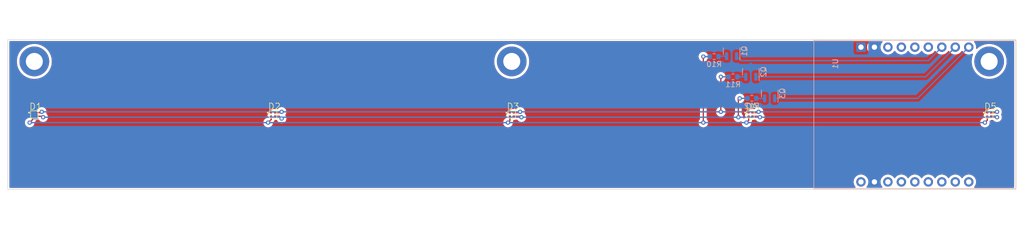
<source format=kicad_pcb>
(kicad_pcb (version 20221018) (generator pcbnew)
  (title_block (title "Rapid Training Target") (date "2023-06-18") (rev "A"))
  (layers (0 "F.Cu" signal) (31 "B.Cu" signal) (34 "B.Paste" user) (35 "F.Paste" user) (36 "B.SilkS" user "B.Silkscreen") (37 "F.SilkS" user "F.Silkscreen") (38 "B.Mask" user) (39 "F.Mask" user) (44 "Edge.Cuts" user))
  (net 0 "")
  (net 1 "+5V")
  (net 2 "Net-(D1-RK)")
  (net 3 "Net-(D1-BK)")
  (net 4 "Net-(D1-GK)")
  (net 5 "Red")
  (net 6 "Net-(Q1-S)")
  (net 7 "GND")
  (net 8 "Green")
  (net 9 "Net-(Q2-S)")
  (net 10 "Blue")
  (net 11 "Net-(Q3-S)")
  (net 23 "+3V3")
  (footprint "Personal:DIODFN4_100X100X35L29X29N" (layer "F.Cu") (at 130 80)
    (fp_text reference "D3" (at 0.25 -1.5) (layer "F.SilkS") (effects (font (size 1.2 1.2) (thickness 0.12))))
    (fp_text value "LED_ARBG")
    (fp_line (start -0.71 -0.6945) (end 0.71 -0.6945) (stroke (width 0.12)) (layer "F.SilkS"))
    (fp_line (start -0.71 0.6945) (end -0.71 -0.6945) (stroke (width 0.12)) (layer "F.SilkS"))
    (fp_line (start 0.71 -0.6945) (end 0.71 0.6945) (stroke (width 0.12)) (layer "F.SilkS"))
    (fp_line (start 0.71 0.6945) (end -0.71 0.6945) (stroke (width 0.12)) (layer "F.SilkS"))
    (fp_circle (center -1 -0.345) (end -1 -0.26) (stroke (width 0.17)) (fill none) (layer "F.SilkS"))
    (pad "1" smd rect (at -0.345 -0.345) (size 0.37 0.339) (layers "F.Cu" "F.Paste" "F.Mask") (net 1 "+5V"))
    (pad "2" smd rect (at -0.345 0.345) (size 0.37 0.339) (layers "F.Cu" "F.Paste" "F.Mask") (net 2 "Net-(D1-RK)"))
    (pad "3" smd rect (at 0.345 0.345) (size 0.37 0.339) (layers "F.Cu" "F.Paste" "F.Mask") (net 3 "Net-(D1-BK)"))
    (pad "4" smd rect (at 0.345 -0.345) (size 0.37 0.339) (layers "F.Cu" "F.Paste" "F.Mask") (net 4 "Net-(D1-GK)"))
  )
  (footprint "Personal:DIODFN4_100X100X35L29X29N" (layer "F.Cu") (at 175 80)
    (fp_text reference "D4" (at 0.25 -1.5) (layer "F.SilkS") (effects (font (size 1.2 1.2) (thickness 0.12))))
    (fp_text value "LED_ARBG")
    (fp_line (start -0.71 -0.6945) (end 0.71 -0.6945) (stroke (width 0.12)) (layer "F.SilkS"))
    (fp_line (start -0.71 0.6945) (end -0.71 -0.6945) (stroke (width 0.12)) (layer "F.SilkS"))
    (fp_line (start 0.71 -0.6945) (end 0.71 0.6945) (stroke (width 0.12)) (layer "F.SilkS"))
    (fp_line (start 0.71 0.6945) (end -0.71 0.6945) (stroke (width 0.12)) (layer "F.SilkS"))
    (fp_circle (center -1 -0.345) (end -1 -0.26) (stroke (width 0.17)) (fill none) (layer "F.SilkS"))
    (pad "1" smd rect (at -0.345 -0.345) (size 0.37 0.339) (layers "F.Cu" "F.Paste" "F.Mask") (net 1 "+5V"))
    (pad "2" smd rect (at -0.345 0.345) (size 0.37 0.339) (layers "F.Cu" "F.Paste" "F.Mask") (net 2 "Net-(D1-RK)"))
    (pad "3" smd rect (at 0.345 0.345) (size 0.37 0.339) (layers "F.Cu" "F.Paste" "F.Mask") (net 3 "Net-(D1-BK)"))
    (pad "4" smd rect (at 0.345 -0.345) (size 0.37 0.339) (layers "F.Cu" "F.Paste" "F.Mask") (net 4 "Net-(D1-GK)"))
  )
  (footprint "Personal:DIODFN4_100X100X35L29X29N" (layer "F.Cu") (at 85 80)
    (fp_text reference "D2" (at 0.25 -1.5) (layer "F.SilkS") (effects (font (size 1.2 1.2) (thickness 0.12))))
    (fp_text value "LED_ARBG")
    (fp_line (start -0.71 -0.6945) (end 0.71 -0.6945) (stroke (width 0.12)) (layer "F.SilkS"))
    (fp_line (start -0.71 0.6945) (end -0.71 -0.6945) (stroke (width 0.12)) (layer "F.SilkS"))
    (fp_line (start 0.71 -0.6945) (end 0.71 0.6945) (stroke (width 0.12)) (layer "F.SilkS"))
    (fp_line (start 0.71 0.6945) (end -0.71 0.6945) (stroke (width 0.12)) (layer "F.SilkS"))
    (fp_circle (center -1 -0.345) (end -1 -0.26) (stroke (width 0.17)) (fill none) (layer "F.SilkS"))
    (pad "1" smd rect (at -0.345 -0.345) (size 0.37 0.339) (layers "F.Cu" "F.Paste" "F.Mask") (net 1 "+5V"))
    (pad "2" smd rect (at -0.345 0.345) (size 0.37 0.339) (layers "F.Cu" "F.Paste" "F.Mask") (net 2 "Net-(D1-RK)"))
    (pad "3" smd rect (at 0.345 0.345) (size 0.37 0.339) (layers "F.Cu" "F.Paste" "F.Mask") (net 3 "Net-(D1-BK)"))
    (pad "4" smd rect (at 0.345 -0.345) (size 0.37 0.339) (layers "F.Cu" "F.Paste" "F.Mask") (net 4 "Net-(D1-GK)"))
  )
  (footprint "MountingHole:MountingHole_3.2mm_M3_DIN965_Pad" (layer "F.Cu") (at 130 70)
    (fp_text reference "H1" (at 0 0) (layer "F.SilkS"))
    (fp_text value "MountingHole")
    (pad "1" thru_hole circle (at 0 0) (size 5.6 5.6) (drill 3.2) (layers "*.Cu" "*.Mask"))
  )
  (footprint "Personal:DIODFN4_100X100X35L29X29N" (layer "F.Cu") (at 40 80)
    (fp_text reference "D1" (at 0.25 -1.5) (layer "F.SilkS") (effects (font (size 1.2 1.2) (thickness 0.12))))
    (fp_text value "LED_ARBG")
    (fp_line (start -0.71 -0.6945) (end 0.71 -0.6945) (stroke (width 0.12)) (layer "F.SilkS"))
    (fp_line (start -0.71 0.6945) (end -0.71 -0.6945) (stroke (width 0.12)) (layer "F.SilkS"))
    (fp_line (start 0.71 -0.6945) (end 0.71 0.6945) (stroke (width 0.12)) (layer "F.SilkS"))
    (fp_line (start 0.71 0.6945) (end -0.71 0.6945) (stroke (width 0.12)) (layer "F.SilkS"))
    (fp_circle (center -1 -0.345) (end -1 -0.26) (stroke (width 0.17)) (fill none) (layer "F.SilkS"))
    (pad "1" smd rect (at -0.345 -0.345) (size 0.37 0.339) (layers "F.Cu" "F.Paste" "F.Mask") (net 1 "+5V"))
    (pad "2" smd rect (at -0.345 0.345) (size 0.37 0.339) (layers "F.Cu" "F.Paste" "F.Mask") (net 2 "Net-(D1-RK)"))
    (pad "3" smd rect (at 0.345 0.345) (size 0.37 0.339) (layers "F.Cu" "F.Paste" "F.Mask") (net 3 "Net-(D1-BK)"))
    (pad "4" smd rect (at 0.345 -0.345) (size 0.37 0.339) (layers "F.Cu" "F.Paste" "F.Mask") (net 4 "Net-(D1-GK)"))
  )
  (footprint "MountingHole:MountingHole_3.2mm_M3_DIN965_Pad" (layer "F.Cu") (at 40 70)
    (fp_text reference "H2" (at 0 0) (layer "F.SilkS"))
    (fp_text value "MountingHole")
    (pad "1" thru_hole circle (at 0 0) (size 5.6 5.6) (drill 3.2) (layers "*.Cu" "*.Mask"))
  )
  (footprint "Personal:DIODFN4_100X100X35L29X29N" (layer "F.Cu") (at 220 80)
    (fp_text reference "D5" (at 0.25 -1.5) (layer "F.SilkS") (effects (font (size 1.2 1.2) (thickness 0.12))))
    (fp_text value "LED_ARBG")
    (fp_line (start -0.71 -0.6945) (end 0.71 -0.6945) (stroke (width 0.12)) (layer "F.SilkS"))
    (fp_line (start -0.71 0.6945) (end -0.71 -0.6945) (stroke (width 0.12)) (layer "F.SilkS"))
    (fp_line (start 0.71 -0.6945) (end 0.71 0.6945) (stroke (width 0.12)) (layer "F.SilkS"))
    (fp_line (start 0.71 0.6945) (end -0.71 0.6945) (stroke (width 0.12)) (layer "F.SilkS"))
    (fp_circle (center -1 -0.345) (end -1 -0.26) (stroke (width 0.17)) (fill none) (layer "F.SilkS"))
    (pad "1" smd rect (at -0.345 -0.345) (size 0.37 0.339) (layers "F.Cu" "F.Paste" "F.Mask") (net 1 "+5V"))
    (pad "2" smd rect (at -0.345 0.345) (size 0.37 0.339) (layers "F.Cu" "F.Paste" "F.Mask") (net 2 "Net-(D1-RK)"))
    (pad "3" smd rect (at 0.345 0.345) (size 0.37 0.339) (layers "F.Cu" "F.Paste" "F.Mask") (net 3 "Net-(D1-BK)"))
    (pad "4" smd rect (at 0.345 -0.345) (size 0.37 0.339) (layers "F.Cu" "F.Paste" "F.Mask") (net 4 "Net-(D1-GK)"))
  )
  (footprint "MountingHole:MountingHole_3.2mm_M3_DIN965_Pad" (layer "F.Cu") (at 220 70)
    (fp_text reference "H3" (at 0 0) (layer "F.SilkS"))
    (fp_text value "MountingHole")
    (pad "1" thru_hole circle (at 0 0) (size 5.6 5.6) (drill 3.2) (layers "*.Cu" "*.Mask"))
  )
  (footprint "Package_TO_SOT_SMD:SOT-23" (layer "B.Cu") (at 175.072 71.9605 90)
    (fp_text reference "Q2" (at 0 2.4 90) (layer "B.SilkS") (effects (justify mirror)))
    (fp_text value "2N7002")
    (fp_line (start 0 -1.56) (end -0.65 -1.56) (stroke (width 0.12)) (layer "B.SilkS"))
    (fp_line (start 0 -1.56) (end 0.65 -1.56) (stroke (width 0.12)) (layer "B.SilkS"))
    (fp_line (start 0 1.56) (end -1.675 1.56) (stroke (width 0.12)) (layer "B.SilkS"))
    (fp_line (start 0 1.56) (end 0.65 1.56) (stroke (width 0.12)) (layer "B.SilkS"))
    (pad "1" smd roundrect (at -0.9375 0.95 90) (size 1.475 0.6) (layers "B.Cu" "B.Paste" "B.Mask") (net 8 "Green"))
    (pad "2" smd roundrect (at -0.9375 -0.95 90) (size 1.475 0.6) (layers "B.Cu" "B.Paste" "B.Mask") (net 9 "Net-(Q2-S)"))
    (pad "3" smd roundrect (at 0.9375 0 90) (size 1.475 0.6) (layers "B.Cu" "B.Paste" "B.Mask") (net 7 "GND"))
  )
  (footprint "Personal:ESP32-C3-DevKit" (layer "B.Cu") (at 195.834 80.01 -90)
    (fp_text reference "U1" (at -9.5525 4.825 90 unlocked) (layer "B.SilkS") (effects (justify mirror)))
    (fp_text value "~")
    (fp_rect (start -13.97 8.89) (end 13.97 -29.21) (stroke (width 0.12)) (fill none) (layer "B.SilkS"))
    (pad "1" thru_hole rect (at -12.7 0 270) (size 1.778 1.778) (drill 1) (layers "*.Cu" "*.Mask") (net 1 "+5V"))
    (pad "2" thru_hole circle (at -12.7 -2.54 270) (size 1.778 1.778) (drill 1) (layers "*.Cu" "*.Mask") (net 7 "GND"))
    (pad "3" thru_hole circle (at -12.7 -5.08 270) (size 1.778 1.778) (drill 1) (layers "*.Cu" "*.Mask"))
    (pad "4" thru_hole circle (at -12.7 -7.62 270) (size 1.778 1.778) (drill 1) (layers "*.Cu" "*.Mask"))
    (pad "5" thru_hole circle (at -12.7 -10.16 270) (size 1.778 1.778) (drill 1) (layers "*.Cu" "*.Mask"))
    (pad "6" thru_hole circle (at -12.7 -12.7 270) (size 1.778 1.778) (drill 1) (layers "*.Cu" "*.Mask"))
    (pad "7" thru_hole circle (at -12.7 -15.24 270) (size 1.778 1.778) (drill 1) (layers "*.Cu" "*.Mask") (net 5 "Red"))
    (pad "8" thru_hole circle (at -12.7 -17.78 270) (size 1.778 1.778) (drill 1) (layers "*.Cu" "*.Mask") (net 8 "Green"))
    (pad "9" thru_hole circle (at -12.7 -20.32 270) (size 1.778 1.778) (drill 1) (layers "*.Cu" "*.Mask") (net 10 "Blue"))
    (pad "10" thru_hole circle (at 12.7 -20.32 270) (size 1.778 1.778) (drill 1) (layers "*.Cu" "*.Mask"))
    (pad "11" thru_hole circle (at 12.7 -17.78 270) (size 1.778 1.778) (drill 1) (layers "*.Cu" "*.Mask"))
    (pad "12" thru_hole circle (at 12.7 -15.24 270) (size 1.778 1.778) (drill 1) (layers "*.Cu" "*.Mask"))
    (pad "13" thru_hole circle (at 12.7 -12.7 270) (size 1.778 1.778) (drill 1) (layers "*.Cu" "*.Mask"))
    (pad "14" thru_hole circle (at 12.7 -10.16 270) (size 1.778 1.778) (drill 1) (layers "*.Cu" "*.Mask"))
    (pad "15" thru_hole circle (at 12.7 -7.62 270) (size 1.778 1.778) (drill 1) (layers "*.Cu" "*.Mask"))
    (pad "16" thru_hole circle (at 12.7 -5.08 270) (size 1.778 1.778) (drill 1) (layers "*.Cu" "*.Mask"))
    (pad "17" thru_hole circle (at 12.7 -2.54 270) (size 1.778 1.778) (drill 1) (layers "*.Cu" "*.Mask") (net 7 "GND"))
    (pad "18" thru_hole circle (at 12.7 0 270) (size 1.778 1.778) (drill 1) (layers "*.Cu" "*.Mask") (net 23 "+3V3"))
  )
  (footprint "Package_TO_SOT_SMD:SOT-23" (layer "B.Cu") (at 171.45 68.072 90)
    (fp_text reference "Q1" (at 0 2.4 90) (layer "B.SilkS") (effects (justify mirror)))
    (fp_text value "2N7002")
    (fp_line (start 0 -1.56) (end -0.65 -1.56) (stroke (width 0.12)) (layer "B.SilkS"))
    (fp_line (start 0 -1.56) (end 0.65 -1.56) (stroke (width 0.12)) (layer "B.SilkS"))
    (fp_line (start 0 1.56) (end -1.675 1.56) (stroke (width 0.12)) (layer "B.SilkS"))
    (fp_line (start 0 1.56) (end 0.65 1.56) (stroke (width 0.12)) (layer "B.SilkS"))
    (pad "1" smd roundrect (at -0.9375 0.95 90) (size 1.475 0.6) (layers "B.Cu" "B.Paste" "B.Mask") (net 5 "Red"))
    (pad "2" smd roundrect (at -0.9375 -0.95 90) (size 1.475 0.6) (layers "B.Cu" "B.Paste" "B.Mask") (net 6 "Net-(Q1-S)"))
    (pad "3" smd roundrect (at 0.9375 0 90) (size 1.475 0.6) (layers "B.Cu" "B.Paste" "B.Mask") (net 7 "GND"))
  )
  (footprint "Package_TO_SOT_SMD:SOT-23" (layer "B.Cu") (at 178.628 76.0245 90)
    (fp_text reference "Q3" (at 0 2.4 90) (layer "B.SilkS") (effects (justify mirror)))
    (fp_text value "2N7002")
    (fp_line (start 0 -1.56) (end -0.65 -1.56) (stroke (width 0.12)) (layer "B.SilkS"))
    (fp_line (start 0 -1.56) (end 0.65 -1.56) (stroke (width 0.12)) (layer "B.SilkS"))
    (fp_line (start 0 1.56) (end -1.675 1.56) (stroke (width 0.12)) (layer "B.SilkS"))
    (fp_line (start 0 1.56) (end 0.65 1.56) (stroke (width 0.12)) (layer "B.SilkS"))
    (pad "1" smd roundrect (at -0.9375 0.95 90) (size 1.475 0.6) (layers "B.Cu" "B.Paste" "B.Mask") (net 10 "Blue"))
    (pad "2" smd roundrect (at -0.9375 -0.95 90) (size 1.475 0.6) (layers "B.Cu" "B.Paste" "B.Mask") (net 11 "Net-(Q3-S)"))
    (pad "3" smd roundrect (at 0.9375 0 90) (size 1.475 0.6) (layers "B.Cu" "B.Paste" "B.Mask") (net 7 "GND"))
  )
  (footprint "Resistor_SMD:R_0603_1608Metric" (layer "B.Cu") (at 171.704 72.898)
    (fp_text reference "R11" (at 0 1.43 180) (layer "B.SilkS") (effects (justify mirror)))
    (fp_text value "5.6k")
    (fp_line (start -0.237258 -0.5225) (end 0.237258 -0.5225) (stroke (width 0.12)) (layer "B.SilkS"))
    (fp_line (start -0.237258 0.5225) (end 0.237258 0.5225) (stroke (width 0.12)) (layer "B.SilkS"))
    (pad "1" smd roundrect (at -0.825 0) (size 0.8 0.95) (layers "B.Cu" "B.Paste" "B.Mask") (net 4 "Net-(D1-GK)"))
    (pad "2" smd roundrect (at 0.825 0) (size 0.8 0.95) (layers "B.Cu" "B.Paste" "B.Mask") (net 9 "Net-(Q2-S)"))
  )
  (footprint "Resistor_SMD:R_0603_1608Metric" (layer "B.Cu") (at 175.26 76.962)
    (fp_text reference "R12" (at 0 1.43 180) (layer "B.SilkS") (effects (justify mirror)))
    (fp_text value "1.5k")
    (fp_line (start -0.237258 -0.5225) (end 0.237258 -0.5225) (stroke (width 0.12)) (layer "B.SilkS"))
    (fp_line (start -0.237258 0.5225) (end 0.237258 0.5225) (stroke (width 0.12)) (layer "B.SilkS"))
    (pad "1" smd roundrect (at -0.825 0) (size 0.8 0.95) (layers "B.Cu" "B.Paste" "B.Mask") (net 3 "Net-(D1-BK)"))
    (pad "2" smd roundrect (at 0.825 0) (size 0.8 0.95) (layers "B.Cu" "B.Paste" "B.Mask") (net 11 "Net-(Q3-S)"))
  )
  (footprint "Resistor_SMD:R_0603_1608Metric" (layer "B.Cu") (at 168.148 69.088)
    (fp_text reference "R10" (at 0 1.43 180) (layer "B.SilkS") (effects (justify mirror)))
    (fp_text value "2.7k")
    (fp_line (start -0.237258 -0.5225) (end 0.237258 -0.5225) (stroke (width 0.12)) (layer "B.SilkS"))
    (fp_line (start -0.237258 0.5225) (end 0.237258 0.5225) (stroke (width 0.12)) (layer "B.SilkS"))
    (pad "1" smd roundrect (at -0.825 0) (size 0.8 0.95) (layers "B.Cu" "B.Paste" "B.Mask") (net 2 "Net-(D1-RK)"))
    (pad "2" smd roundrect (at 0.825 0) (size 0.8 0.95) (layers "B.Cu" "B.Paste" "B.Mask") (net 6 "Net-(Q1-S)"))
  )
  (gr_rect (start 35 65.875) (end 225 94.125) (stroke (width 0.1)) (fill none) (layer "Edge.Cuts"))
  (segment (start 39.655 80.995) (end 39.116 81.534) (width 0.25) (layer "F.Cu") (net 2))
  (segment (start 129.655 80.345) (end 129.655 81.165) (width 0.25) (layer "F.Cu") (net 2))
  (segment (start 39.655 80.345) (end 39.655 80.995) (width 0.25) (layer "F.Cu") (net 2))
  (segment (start 166.116 69.088) (end 166.116 81.534) (width 0.25) (layer "F.Cu") (net 2))
  (segment (start 219.655 80.345) (end 219.655 81.081) (width 0.25) (layer "F.Cu") (net 2))
  (segment (start 84.655 80.953) (end 84.074 81.534) (width 0.25) (layer "F.Cu") (net 2))
  (segment (start 174.655 81.123) (end 174.244 81.534) (width 0.25) (layer "F.Cu") (net 2))
  (segment (start 129.655 81.165) (end 129.286 81.534) (width 0.25) (layer "F.Cu") (net 2))
  (segment (start 84.655 80.345) (end 84.655 80.953) (width 0.25) (layer "F.Cu") (net 2))
  (segment (start 174.655 80.345) (end 174.655 81.123) (width 0.25) (layer "F.Cu") (net 2))
  (segment (start 219.655 81.081) (end 219.202 81.534) (width 0.25) (layer "F.Cu") (net 2))
  (via (at 39.116 81.534) (size 0.8) (drill 0.4) (layers "F.Cu" "B.Cu") (net 2))
  (via (at 219.202 81.534) (size 0.8) (drill 0.4) (layers "F.Cu" "B.Cu") (net 2))
  (via (at 84.074 81.534) (size 0.8) (drill 0.4) (layers "F.Cu" "B.Cu") (net 2))
  (via (at 129.286 81.534) (size 0.8) (drill 0.4) (layers "F.Cu" "B.Cu") (net 2))
  (via (at 174.244 81.534) (size 0.8) (drill 0.4) (layers "F.Cu" "B.Cu") (net 2))
  (via (at 166.116 81.534) (size 0.8) (drill 0.4) (layers "F.Cu" "B.Cu") (net 2))
  (via (at 166.116 69.088) (size 0.8) (drill 0.4) (layers "F.Cu" "B.Cu") (net 2))
  (segment (start 174.244 81.534) (end 166.116 81.534) (width 0.25) (layer "B.Cu") (net 2))
  (segment (start 219.202 81.534) (end 174.244 81.534) (width 0.25) (layer "B.Cu") (net 2))
  (segment (start 166.116 81.534) (end 129.286 81.534) (width 0.25) (layer "B.Cu") (net 2))
  (segment (start 84.074 81.534) (end 39.116 81.534) (width 0.25) (layer "B.Cu") (net 2))
  (segment (start 129.286 81.534) (end 84.074 81.534) (width 0.25) (layer "B.Cu") (net 2))
  (segment (start 167.323 69.088) (end 166.116 69.088) (width 0.25) (layer "B.Cu") (net 2))
  (segment (start 131.653 80.345) (end 131.826 80.518) (width 0.25) (layer "F.Cu") (net 3))
  (segment (start 220.345 80.345) (end 221.315 80.345) (width 0.25) (layer "F.Cu") (net 3))
  (segment (start 85.345 80.345) (end 86.187 80.345) (width 0.25) (layer "F.Cu") (net 3))
  (segment (start 221.315 80.345) (end 221.488 80.518) (width 0.25) (layer "F.Cu") (net 3))
  (segment (start 130.345 80.345) (end 131.653 80.345) (width 0.25) (layer "F.Cu") (net 3))
  (segment (start 176.611 80.345) (end 176.784 80.518) (width 0.25) (layer "F.Cu") (net 3))
  (segment (start 41.483 80.345) (end 41.656 80.518) (width 0.25) (layer "F.Cu") (net 3))
  (segment (start 40.345 80.345) (end 41.483 80.345) (width 0.25) (layer "F.Cu") (net 3))
  (segment (start 172.974 76.962) (end 172.72 77.216) (width 0.25) (layer "F.Cu") (net 3))
  (segment (start 175.345 80.345) (end 176.611 80.345) (width 0.25) (layer "F.Cu") (net 3))
  (segment (start 86.187 80.345) (end 86.614 80.772) (width 0.25) (layer "F.Cu") (net 3))
  (segment (start 172.72 77.216) (end 172.72 80.518) (width 0.25) (layer "F.Cu") (net 3))
  (via (at 176.784 80.518) (size 0.8) (drill 0.4) (layers "F.Cu" "B.Cu") (net 3))
  (via (at 86.614 80.772) (size 0.8) (drill 0.4) (layers "F.Cu" "B.Cu") (net 3))
  (via (at 131.826 80.518) (size 0.8) (drill 0.4) (layers "F.Cu" "B.Cu") (net 3))
  (via (at 172.974 76.962) (size 0.8) (drill 0.4) (layers "F.Cu" "B.Cu") (net 3))
  (via (at 41.656 80.518) (size 0.8) (drill 0.4) (layers "F.Cu" "B.Cu") (net 3))
  (via (at 172.72 80.518) (size 0.8) (drill 0.4) (layers "F.Cu" "B.Cu") (net 3))
  (via (at 221.488 80.518) (size 0.8) (drill 0.4) (layers "F.Cu" "B.Cu") (net 3))
  (segment (start 131.826 80.518) (end 86.868 80.518) (width 0.25) (layer "B.Cu") (net 3))
  (segment (start 174.435 76.962) (end 172.974 76.962) (width 0.25) (layer "B.Cu") (net 3))
  (segment (start 41.656 80.518) (end 86.36 80.518) (width 0.25) (layer "B.Cu") (net 3))
  (segment (start 86.868 80.518) (end 86.614 80.772) (width 0.25) (layer "B.Cu") (net 3))
  (segment (start 176.784 80.518) (end 131.826 80.518) (width 0.25) (layer "B.Cu") (net 3))
  (segment (start 221.488 80.518) (end 176.784 80.518) (width 0.25) (layer "B.Cu") (net 3))
  (segment (start 86.36 80.518) (end 86.614 80.772) (width 0.25) (layer "B.Cu") (net 3))
  (segment (start 169.418 72.898) (end 169.418 79.502) (width 0.25) (layer "F.Cu") (net 4))
  (segment (start 175.345 79.655) (end 176.377 79.655) (width 0.25) (layer "F.Cu") (net 4))
  (segment (start 130.345 79.655) (end 131.419 79.655) (width 0.25) (layer "F.Cu") (net 4))
  (segment (start 220.345 79.655) (end 221.335 79.655) (width 0.25) (layer "F.Cu") (net 4))
  (segment (start 221.335 79.655) (end 221.488 79.502) (width 0.25) (layer "F.Cu") (net 4))
  (segment (start 85.345 79.655) (end 86.461 79.655) (width 0.25) (layer "F.Cu") (net 4))
  (segment (start 131.419 79.655) (end 131.572 79.502) (width 0.25) (layer "F.Cu") (net 4))
  (segment (start 176.377 79.655) (end 176.53 79.502) (width 0.25) (layer "F.Cu") (net 4))
  (segment (start 86.461 79.655) (end 86.614 79.502) (width 0.25) (layer "F.Cu") (net 4))
  (segment (start 41.249 79.655) (end 41.402 79.502) (width 0.25) (layer "F.Cu") (net 4))
  (segment (start 40.345 79.655) (end 41.249 79.655) (width 0.25) (layer "F.Cu") (net 4))
  (via (at 131.572 79.502) (size 0.8) (drill 0.4) (layers "F.Cu" "B.Cu") (net 4))
  (via (at 86.614 79.502) (size 0.8) (drill 0.4) (layers "F.Cu" "B.Cu") (net 4))
  (via (at 176.53 79.502) (size 0.8) (drill 0.4) (layers "F.Cu" "B.Cu") (net 4))
  (via (at 41.402 79.502) (size 0.8) (drill 0.4) (layers "F.Cu" "B.Cu") (net 4))
  (via (at 169.418 79.502) (size 0.8) (drill 0.4) (layers "F.Cu" "B.Cu") (net 4))
  (via (at 221.488 79.502) (size 0.8) (drill 0.4) (layers "F.Cu" "B.Cu") (net 4))
  (via (at 169.418 72.898) (size 0.8) (drill 0.4) (layers "F.Cu" "B.Cu") (net 4))
  (segment (start 131.572 79.502) (end 176.53 79.502) (width 0.25) (layer "B.Cu") (net 4))
  (segment (start 41.402 79.502) (end 86.614 79.502) (width 0.25) (layer "B.Cu") (net 4))
  (segment (start 170.879 72.898) (end 169.418 72.898) (width 0.25) (layer "B.Cu") (net 4))
  (segment (start 86.614 79.502) (end 131.572 79.502) (width 0.25) (layer "B.Cu") (net 4))
  (segment (start 176.53 79.502) (end 221.488 79.502) (width 0.25) (layer "B.Cu") (net 4))
  (segment (start 208.534 69.85) (end 211.074 67.31) (width 0.25) (layer "B.Cu") (net 5))
  (segment (start 173.2405 69.85) (end 208.534 69.85) (width 0.25) (layer "B.Cu") (net 5))
  (segment (start 172.4 69.0095) (end 173.2405 69.85) (width 0.25) (layer "B.Cu") (net 5))
  (segment (start 170.5 69.0095) (end 169.0515 69.0095) (width 0.25) (layer "B.Cu") (net 6))
  (segment (start 169.0515 69.0095) (end 168.973 69.088) (width 0.25) (layer "B.Cu") (net 6))
  (segment (start 176.022 72.898) (end 208.026 72.898) (width 0.25) (layer "B.Cu") (net 8))
  (segment (start 208.026 72.898) (end 213.614 67.31) (width 0.25) (layer "B.Cu") (net 8))
  (segment (start 174.122 72.898) (end 172.529 72.898) (width 0.25) (layer "B.Cu") (net 9))
  (segment (start 179.578 76.962) (end 206.502 76.962) (width 0.25) (layer "B.Cu") (net 10))
  (segment (start 206.502 76.962) (end 216.154 67.31) (width 0.25) (layer "B.Cu") (net 10))
  (segment (start 177.678 76.962) (end 176.085 76.962) (width 0.25) (layer "B.Cu") (net 11))
  (zone (net 1) (net_name "+5V") (layer "F.Cu") (connect_pads yes (clearance 0.5)) (min_thickness 0.25) (fill yes (thermal_gap 0.5) (thermal_bridge_width 0.5))
    (polygon (pts (xy 34.29 59.944) (xy 225.552 59.69) (xy 225.552 100.33) (xy 34.29 100.584)))
  )
  (zone (net 7) (net_name "GND") (layer "B.Cu") (priority 1) (connect_pads yes (clearance 0.5)) (min_thickness 0.25) (fill yes (thermal_gap 0.5) (thermal_bridge_width 0.5))
    (polygon (pts (xy 33.528 58.42) (xy 226.568 58.42) (xy 226.568 101.6) (xy 33.528 101.6)))
  )
)
</source>
